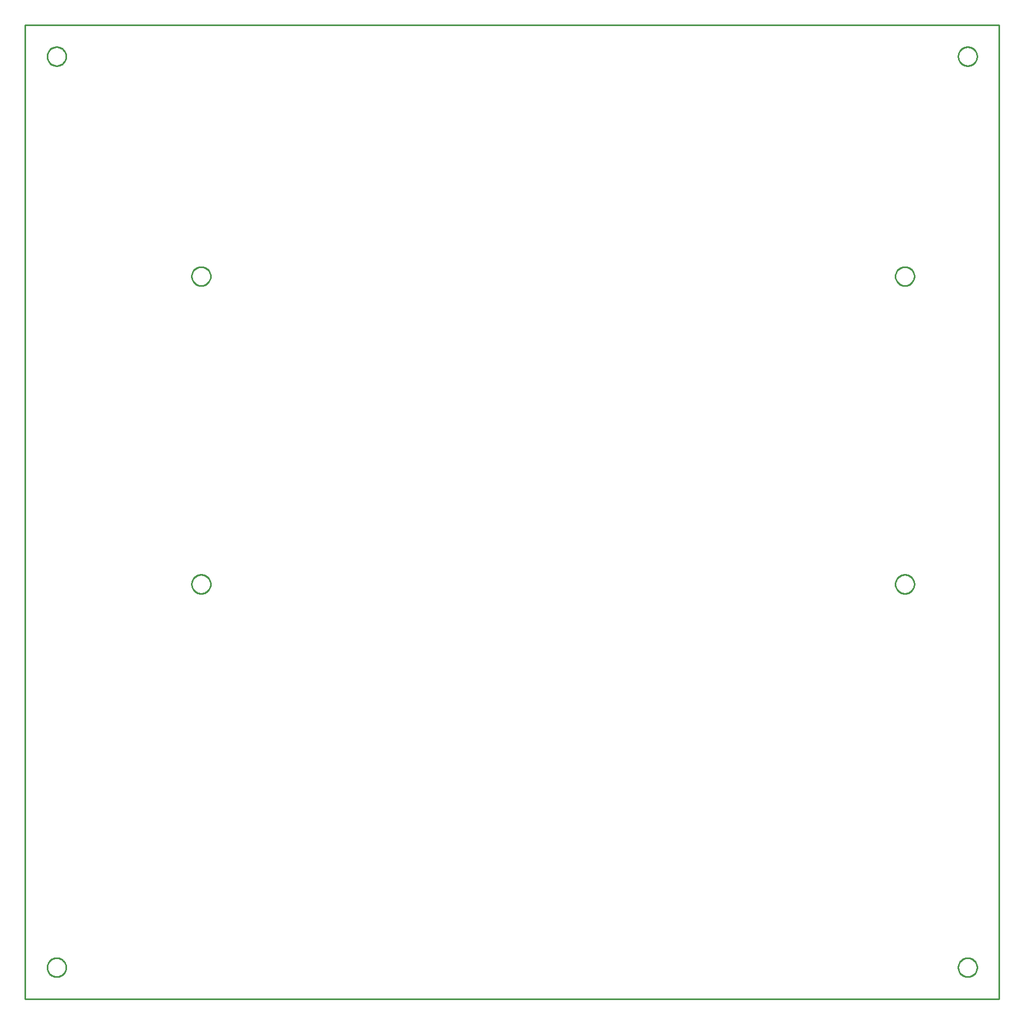
<source format=gbr>
G04 EAGLE Gerber RS-274X export*
G75*
%MOIN*%
%FSLAX34Y34*%
%LPD*%
%IN*%
%IPPOS*%
%AMOC8*
5,1,8,0,0,1.08239X$1,22.5*%
G01*
%ADD10C,0.010000*%


D10*
X0Y0D02*
X61024Y0D01*
X61024Y61024D01*
X0Y61024D01*
X0Y0D01*
X2559Y59034D02*
X2556Y58992D01*
X2550Y58950D01*
X2541Y58909D01*
X2529Y58869D01*
X2514Y58829D01*
X2497Y58791D01*
X2477Y58754D01*
X2454Y58718D01*
X2429Y58684D01*
X2401Y58652D01*
X2371Y58623D01*
X2339Y58595D01*
X2306Y58570D01*
X2270Y58547D01*
X2233Y58527D01*
X2195Y58509D01*
X2155Y58494D01*
X2115Y58483D01*
X2073Y58474D01*
X2032Y58468D01*
X1990Y58465D01*
X1947Y58465D01*
X1905Y58468D01*
X1864Y58474D01*
X1822Y58483D01*
X1782Y58494D01*
X1742Y58509D01*
X1704Y58527D01*
X1667Y58547D01*
X1631Y58570D01*
X1598Y58595D01*
X1566Y58623D01*
X1536Y58652D01*
X1508Y58684D01*
X1483Y58718D01*
X1460Y58754D01*
X1440Y58791D01*
X1423Y58829D01*
X1408Y58869D01*
X1396Y58909D01*
X1387Y58950D01*
X1381Y58992D01*
X1378Y59034D01*
X1378Y59076D01*
X1381Y59118D01*
X1387Y59160D01*
X1396Y59201D01*
X1408Y59242D01*
X1423Y59281D01*
X1440Y59320D01*
X1460Y59357D01*
X1483Y59392D01*
X1508Y59426D01*
X1536Y59458D01*
X1566Y59488D01*
X1598Y59515D01*
X1631Y59541D01*
X1667Y59563D01*
X1704Y59584D01*
X1742Y59601D01*
X1782Y59616D01*
X1822Y59628D01*
X1864Y59637D01*
X1905Y59643D01*
X1947Y59646D01*
X1990Y59646D01*
X2032Y59643D01*
X2073Y59637D01*
X2115Y59628D01*
X2155Y59616D01*
X2195Y59601D01*
X2233Y59584D01*
X2270Y59563D01*
X2306Y59541D01*
X2339Y59515D01*
X2371Y59488D01*
X2401Y59458D01*
X2429Y59426D01*
X2454Y59392D01*
X2477Y59357D01*
X2497Y59320D01*
X2514Y59281D01*
X2529Y59242D01*
X2541Y59201D01*
X2550Y59160D01*
X2556Y59118D01*
X2559Y59076D01*
X2559Y59034D01*
X59646Y59034D02*
X59643Y58992D01*
X59637Y58950D01*
X59628Y58909D01*
X59616Y58869D01*
X59601Y58829D01*
X59584Y58791D01*
X59563Y58754D01*
X59541Y58718D01*
X59515Y58684D01*
X59488Y58652D01*
X59458Y58623D01*
X59426Y58595D01*
X59392Y58570D01*
X59357Y58547D01*
X59320Y58527D01*
X59281Y58509D01*
X59242Y58494D01*
X59201Y58483D01*
X59160Y58474D01*
X59118Y58468D01*
X59076Y58465D01*
X59034Y58465D01*
X58992Y58468D01*
X58950Y58474D01*
X58909Y58483D01*
X58869Y58494D01*
X58829Y58509D01*
X58791Y58527D01*
X58754Y58547D01*
X58718Y58570D01*
X58684Y58595D01*
X58652Y58623D01*
X58623Y58652D01*
X58595Y58684D01*
X58570Y58718D01*
X58547Y58754D01*
X58527Y58791D01*
X58509Y58829D01*
X58494Y58869D01*
X58483Y58909D01*
X58474Y58950D01*
X58468Y58992D01*
X58465Y59034D01*
X58465Y59076D01*
X58468Y59118D01*
X58474Y59160D01*
X58483Y59201D01*
X58494Y59242D01*
X58509Y59281D01*
X58527Y59320D01*
X58547Y59357D01*
X58570Y59392D01*
X58595Y59426D01*
X58623Y59458D01*
X58652Y59488D01*
X58684Y59515D01*
X58718Y59541D01*
X58754Y59563D01*
X58791Y59584D01*
X58829Y59601D01*
X58869Y59616D01*
X58909Y59628D01*
X58950Y59637D01*
X58992Y59643D01*
X59034Y59646D01*
X59076Y59646D01*
X59118Y59643D01*
X59160Y59637D01*
X59201Y59628D01*
X59242Y59616D01*
X59281Y59601D01*
X59320Y59584D01*
X59357Y59563D01*
X59392Y59541D01*
X59426Y59515D01*
X59458Y59488D01*
X59488Y59458D01*
X59515Y59426D01*
X59541Y59392D01*
X59563Y59357D01*
X59584Y59320D01*
X59601Y59281D01*
X59616Y59242D01*
X59628Y59201D01*
X59637Y59160D01*
X59643Y59118D01*
X59646Y59076D01*
X59646Y59034D01*
X2559Y1947D02*
X2556Y1905D01*
X2550Y1864D01*
X2541Y1822D01*
X2529Y1782D01*
X2514Y1742D01*
X2497Y1704D01*
X2477Y1667D01*
X2454Y1631D01*
X2429Y1598D01*
X2401Y1566D01*
X2371Y1536D01*
X2339Y1508D01*
X2306Y1483D01*
X2270Y1460D01*
X2233Y1440D01*
X2195Y1423D01*
X2155Y1408D01*
X2115Y1396D01*
X2073Y1387D01*
X2032Y1381D01*
X1990Y1378D01*
X1947Y1378D01*
X1905Y1381D01*
X1864Y1387D01*
X1822Y1396D01*
X1782Y1408D01*
X1742Y1423D01*
X1704Y1440D01*
X1667Y1460D01*
X1631Y1483D01*
X1598Y1508D01*
X1566Y1536D01*
X1536Y1566D01*
X1508Y1598D01*
X1483Y1631D01*
X1460Y1667D01*
X1440Y1704D01*
X1423Y1742D01*
X1408Y1782D01*
X1396Y1822D01*
X1387Y1864D01*
X1381Y1905D01*
X1378Y1947D01*
X1378Y1990D01*
X1381Y2032D01*
X1387Y2073D01*
X1396Y2115D01*
X1408Y2155D01*
X1423Y2195D01*
X1440Y2233D01*
X1460Y2270D01*
X1483Y2306D01*
X1508Y2339D01*
X1536Y2371D01*
X1566Y2401D01*
X1598Y2429D01*
X1631Y2454D01*
X1667Y2477D01*
X1704Y2497D01*
X1742Y2514D01*
X1782Y2529D01*
X1822Y2541D01*
X1864Y2550D01*
X1905Y2556D01*
X1947Y2559D01*
X1990Y2559D01*
X2032Y2556D01*
X2073Y2550D01*
X2115Y2541D01*
X2155Y2529D01*
X2195Y2514D01*
X2233Y2497D01*
X2270Y2477D01*
X2306Y2454D01*
X2339Y2429D01*
X2371Y2401D01*
X2401Y2371D01*
X2429Y2339D01*
X2454Y2306D01*
X2477Y2270D01*
X2497Y2233D01*
X2514Y2195D01*
X2529Y2155D01*
X2541Y2115D01*
X2550Y2073D01*
X2556Y2032D01*
X2559Y1990D01*
X2559Y1947D01*
X59646Y1947D02*
X59643Y1905D01*
X59637Y1864D01*
X59628Y1822D01*
X59616Y1782D01*
X59601Y1742D01*
X59584Y1704D01*
X59563Y1667D01*
X59541Y1631D01*
X59515Y1598D01*
X59488Y1566D01*
X59458Y1536D01*
X59426Y1508D01*
X59392Y1483D01*
X59357Y1460D01*
X59320Y1440D01*
X59281Y1423D01*
X59242Y1408D01*
X59201Y1396D01*
X59160Y1387D01*
X59118Y1381D01*
X59076Y1378D01*
X59034Y1378D01*
X58992Y1381D01*
X58950Y1387D01*
X58909Y1396D01*
X58869Y1408D01*
X58829Y1423D01*
X58791Y1440D01*
X58754Y1460D01*
X58718Y1483D01*
X58684Y1508D01*
X58652Y1536D01*
X58623Y1566D01*
X58595Y1598D01*
X58570Y1631D01*
X58547Y1667D01*
X58527Y1704D01*
X58509Y1742D01*
X58494Y1782D01*
X58483Y1822D01*
X58474Y1864D01*
X58468Y1905D01*
X58465Y1947D01*
X58465Y1990D01*
X58468Y2032D01*
X58474Y2073D01*
X58483Y2115D01*
X58494Y2155D01*
X58509Y2195D01*
X58527Y2233D01*
X58547Y2270D01*
X58570Y2306D01*
X58595Y2339D01*
X58623Y2371D01*
X58652Y2401D01*
X58684Y2429D01*
X58718Y2454D01*
X58754Y2477D01*
X58791Y2497D01*
X58829Y2514D01*
X58869Y2529D01*
X58909Y2541D01*
X58950Y2550D01*
X58992Y2556D01*
X59034Y2559D01*
X59076Y2559D01*
X59118Y2556D01*
X59160Y2550D01*
X59201Y2541D01*
X59242Y2529D01*
X59281Y2514D01*
X59320Y2497D01*
X59357Y2477D01*
X59392Y2454D01*
X59426Y2429D01*
X59458Y2401D01*
X59488Y2371D01*
X59515Y2339D01*
X59541Y2306D01*
X59563Y2270D01*
X59584Y2233D01*
X59601Y2195D01*
X59616Y2155D01*
X59628Y2115D01*
X59637Y2073D01*
X59643Y2032D01*
X59646Y1990D01*
X59646Y1947D01*
X55709Y25963D02*
X55706Y25921D01*
X55700Y25879D01*
X55691Y25838D01*
X55679Y25798D01*
X55664Y25758D01*
X55647Y25720D01*
X55626Y25683D01*
X55604Y25647D01*
X55578Y25613D01*
X55551Y25582D01*
X55521Y25552D01*
X55489Y25524D01*
X55455Y25499D01*
X55420Y25476D01*
X55383Y25456D01*
X55344Y25438D01*
X55305Y25424D01*
X55264Y25412D01*
X55223Y25403D01*
X55181Y25397D01*
X55139Y25394D01*
X55097Y25394D01*
X55055Y25397D01*
X55013Y25403D01*
X54972Y25412D01*
X54931Y25424D01*
X54892Y25438D01*
X54854Y25456D01*
X54817Y25476D01*
X54781Y25499D01*
X54747Y25524D01*
X54715Y25552D01*
X54686Y25582D01*
X54658Y25613D01*
X54633Y25647D01*
X54610Y25683D01*
X54590Y25720D01*
X54572Y25758D01*
X54557Y25798D01*
X54546Y25838D01*
X54537Y25879D01*
X54531Y25921D01*
X54528Y25963D01*
X54528Y26005D01*
X54531Y26047D01*
X54537Y26089D01*
X54546Y26130D01*
X54557Y26171D01*
X54572Y26210D01*
X54590Y26249D01*
X54610Y26286D01*
X54633Y26321D01*
X54658Y26355D01*
X54686Y26387D01*
X54715Y26417D01*
X54747Y26444D01*
X54781Y26470D01*
X54817Y26492D01*
X54854Y26513D01*
X54892Y26530D01*
X54931Y26545D01*
X54972Y26557D01*
X55013Y26566D01*
X55055Y26572D01*
X55097Y26575D01*
X55139Y26575D01*
X55181Y26572D01*
X55223Y26566D01*
X55264Y26557D01*
X55305Y26545D01*
X55344Y26530D01*
X55383Y26513D01*
X55420Y26492D01*
X55455Y26470D01*
X55489Y26444D01*
X55521Y26417D01*
X55551Y26387D01*
X55578Y26355D01*
X55604Y26321D01*
X55626Y26286D01*
X55647Y26249D01*
X55664Y26210D01*
X55679Y26171D01*
X55691Y26130D01*
X55700Y26089D01*
X55706Y26047D01*
X55709Y26005D01*
X55709Y25963D01*
X11614Y25963D02*
X11611Y25921D01*
X11605Y25879D01*
X11596Y25838D01*
X11584Y25798D01*
X11570Y25758D01*
X11552Y25720D01*
X11532Y25683D01*
X11509Y25647D01*
X11484Y25613D01*
X11456Y25582D01*
X11426Y25552D01*
X11394Y25524D01*
X11361Y25499D01*
X11325Y25476D01*
X11288Y25456D01*
X11250Y25438D01*
X11210Y25424D01*
X11170Y25412D01*
X11129Y25403D01*
X11087Y25397D01*
X11045Y25394D01*
X11003Y25394D01*
X10960Y25397D01*
X10919Y25403D01*
X10877Y25412D01*
X10837Y25424D01*
X10797Y25438D01*
X10759Y25456D01*
X10722Y25476D01*
X10687Y25499D01*
X10653Y25524D01*
X10621Y25552D01*
X10591Y25582D01*
X10564Y25613D01*
X10538Y25647D01*
X10515Y25683D01*
X10495Y25720D01*
X10478Y25758D01*
X10463Y25798D01*
X10451Y25838D01*
X10442Y25879D01*
X10436Y25921D01*
X10433Y25963D01*
X10433Y26005D01*
X10436Y26047D01*
X10442Y26089D01*
X10451Y26130D01*
X10463Y26171D01*
X10478Y26210D01*
X10495Y26249D01*
X10515Y26286D01*
X10538Y26321D01*
X10564Y26355D01*
X10591Y26387D01*
X10621Y26417D01*
X10653Y26444D01*
X10687Y26470D01*
X10722Y26492D01*
X10759Y26513D01*
X10797Y26530D01*
X10837Y26545D01*
X10877Y26557D01*
X10919Y26566D01*
X10960Y26572D01*
X11003Y26575D01*
X11045Y26575D01*
X11087Y26572D01*
X11129Y26566D01*
X11170Y26557D01*
X11210Y26545D01*
X11250Y26530D01*
X11288Y26513D01*
X11325Y26492D01*
X11361Y26470D01*
X11394Y26444D01*
X11426Y26417D01*
X11456Y26387D01*
X11484Y26355D01*
X11509Y26321D01*
X11532Y26286D01*
X11552Y26249D01*
X11570Y26210D01*
X11584Y26171D01*
X11596Y26130D01*
X11605Y26089D01*
X11611Y26047D01*
X11614Y26005D01*
X11614Y25963D01*
X55709Y45254D02*
X55706Y45212D01*
X55700Y45171D01*
X55691Y45129D01*
X55679Y45089D01*
X55664Y45049D01*
X55647Y45011D01*
X55626Y44974D01*
X55604Y44939D01*
X55578Y44905D01*
X55551Y44873D01*
X55521Y44843D01*
X55489Y44815D01*
X55455Y44790D01*
X55420Y44767D01*
X55383Y44747D01*
X55344Y44730D01*
X55305Y44715D01*
X55264Y44703D01*
X55223Y44694D01*
X55181Y44688D01*
X55139Y44685D01*
X55097Y44685D01*
X55055Y44688D01*
X55013Y44694D01*
X54972Y44703D01*
X54931Y44715D01*
X54892Y44730D01*
X54854Y44747D01*
X54817Y44767D01*
X54781Y44790D01*
X54747Y44815D01*
X54715Y44843D01*
X54686Y44873D01*
X54658Y44905D01*
X54633Y44939D01*
X54610Y44974D01*
X54590Y45011D01*
X54572Y45049D01*
X54557Y45089D01*
X54546Y45129D01*
X54537Y45171D01*
X54531Y45212D01*
X54528Y45254D01*
X54528Y45297D01*
X54531Y45339D01*
X54537Y45381D01*
X54546Y45422D01*
X54557Y45462D01*
X54572Y45502D01*
X54590Y45540D01*
X54610Y45577D01*
X54633Y45613D01*
X54658Y45646D01*
X54686Y45678D01*
X54715Y45708D01*
X54747Y45736D01*
X54781Y45761D01*
X54817Y45784D01*
X54854Y45804D01*
X54892Y45822D01*
X54931Y45836D01*
X54972Y45848D01*
X55013Y45857D01*
X55055Y45863D01*
X55097Y45866D01*
X55139Y45866D01*
X55181Y45863D01*
X55223Y45857D01*
X55264Y45848D01*
X55305Y45836D01*
X55344Y45822D01*
X55383Y45804D01*
X55420Y45784D01*
X55455Y45761D01*
X55489Y45736D01*
X55521Y45708D01*
X55551Y45678D01*
X55578Y45646D01*
X55604Y45613D01*
X55626Y45577D01*
X55647Y45540D01*
X55664Y45502D01*
X55679Y45462D01*
X55691Y45422D01*
X55700Y45381D01*
X55706Y45339D01*
X55709Y45297D01*
X55709Y45254D01*
X11614Y45254D02*
X11611Y45212D01*
X11605Y45171D01*
X11596Y45129D01*
X11584Y45089D01*
X11570Y45049D01*
X11552Y45011D01*
X11532Y44974D01*
X11509Y44939D01*
X11484Y44905D01*
X11456Y44873D01*
X11426Y44843D01*
X11394Y44815D01*
X11361Y44790D01*
X11325Y44767D01*
X11288Y44747D01*
X11250Y44730D01*
X11210Y44715D01*
X11170Y44703D01*
X11129Y44694D01*
X11087Y44688D01*
X11045Y44685D01*
X11003Y44685D01*
X10960Y44688D01*
X10919Y44694D01*
X10877Y44703D01*
X10837Y44715D01*
X10797Y44730D01*
X10759Y44747D01*
X10722Y44767D01*
X10687Y44790D01*
X10653Y44815D01*
X10621Y44843D01*
X10591Y44873D01*
X10564Y44905D01*
X10538Y44939D01*
X10515Y44974D01*
X10495Y45011D01*
X10478Y45049D01*
X10463Y45089D01*
X10451Y45129D01*
X10442Y45171D01*
X10436Y45212D01*
X10433Y45254D01*
X10433Y45297D01*
X10436Y45339D01*
X10442Y45381D01*
X10451Y45422D01*
X10463Y45462D01*
X10478Y45502D01*
X10495Y45540D01*
X10515Y45577D01*
X10538Y45613D01*
X10564Y45646D01*
X10591Y45678D01*
X10621Y45708D01*
X10653Y45736D01*
X10687Y45761D01*
X10722Y45784D01*
X10759Y45804D01*
X10797Y45822D01*
X10837Y45836D01*
X10877Y45848D01*
X10919Y45857D01*
X10960Y45863D01*
X11003Y45866D01*
X11045Y45866D01*
X11087Y45863D01*
X11129Y45857D01*
X11170Y45848D01*
X11210Y45836D01*
X11250Y45822D01*
X11288Y45804D01*
X11325Y45784D01*
X11361Y45761D01*
X11394Y45736D01*
X11426Y45708D01*
X11456Y45678D01*
X11484Y45646D01*
X11509Y45613D01*
X11532Y45577D01*
X11552Y45540D01*
X11570Y45502D01*
X11584Y45462D01*
X11596Y45422D01*
X11605Y45381D01*
X11611Y45339D01*
X11614Y45297D01*
X11614Y45254D01*
M02*

</source>
